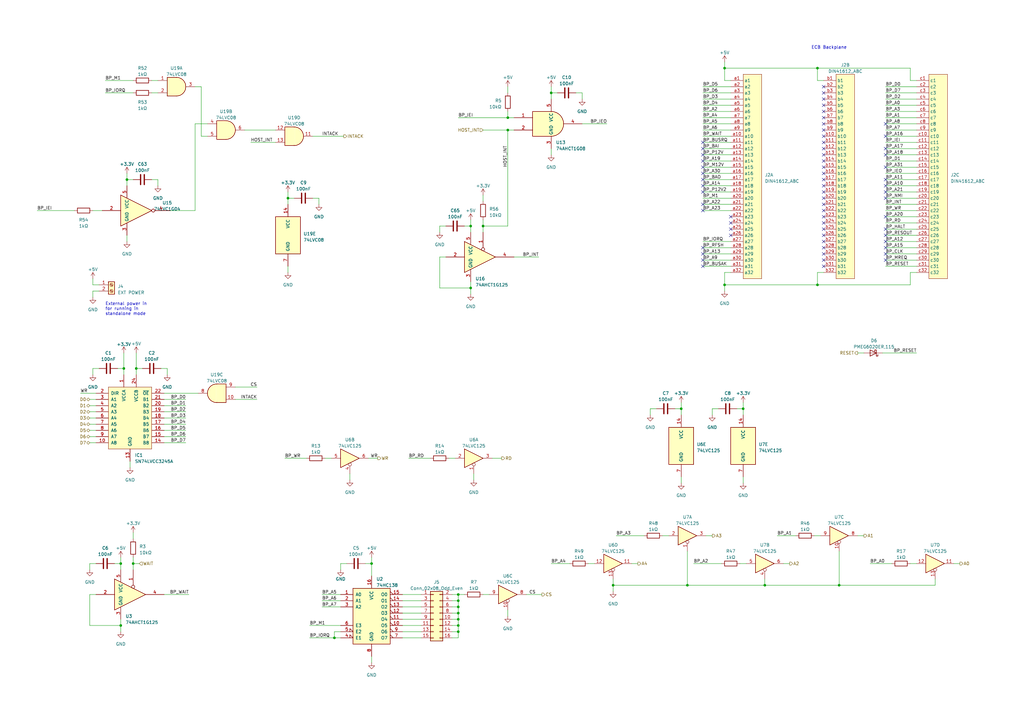
<source format=kicad_sch>
(kicad_sch (version 20230121) (generator eeschema)
  (paper "A3")
  (title_block (title "ECB Video Card") (rev "1.0") (company "Nathan Dumont"))
  (junction (at 187.96 243.84))
  (junction (at 335.28 116.84))
  (junction (at 187.96 259.08))
  (junction (at 304.8 167.64))
  (junction (at 279.4 167.64))
  (junction (at 193.04 92.71))
  (junction (at 49.53 231.14))
  (junction (at 187.96 254))
  (junction (at 137.16 261.62))
  (junction (at 187.96 251.46))
  (junction (at 226.06 38.1))
  (junction (at 49.53 256.54))
  (junction (at 187.96 248.92))
  (junction (at 52.07 73.66))
  (junction (at 297.18 27.94))
  (junction (at 118.11 81.28))
  (junction (at 187.96 246.38))
  (junction (at 198.12 92.71))
  (junction (at 193.04 118.11))
  (junction (at 313.69 240.03))
  (junction (at 187.96 256.54))
  (junction (at 208.28 48.26))
  (junction (at 251.46 240.03))
  (junction (at 297.18 116.84))
  (junction (at 50.8 151.13))
  (junction (at 55.88 151.13))
  (junction (at 208.28 53.34))
  (junction (at 335.28 27.94))
  (junction (at 281.94 240.03))
  (junction (at 54.61 231.14))
  (junction (at 344.17 240.03))
  (junction (at 152.4 231.14))
  (no_connect (at 299.72 91.44))
  (no_connect (at 337.82 53.34))
  (no_connect (at 288.29 86.36))
  (no_connect (at 337.82 60.96))
  (no_connect (at 337.82 88.9))
  (no_connect (at 337.82 93.98))
  (no_connect (at 363.22 101.6))
  (no_connect (at 337.82 66.04))
  (no_connect (at 337.82 45.72))
  (no_connect (at 288.29 71.12))
  (no_connect (at 337.82 73.66))
  (no_connect (at 288.29 106.68))
  (no_connect (at 299.72 96.52))
  (no_connect (at 363.22 106.68))
  (no_connect (at 337.82 71.12))
  (no_connect (at 288.29 66.04))
  (no_connect (at 288.29 76.2))
  (no_connect (at 363.22 78.74))
  (no_connect (at 337.82 76.2))
  (no_connect (at 337.82 48.26))
  (no_connect (at 337.82 104.14))
  (no_connect (at 337.82 50.8))
  (no_connect (at 288.29 73.66))
  (no_connect (at 337.82 43.18))
  (no_connect (at 288.29 83.82))
  (no_connect (at 337.82 63.5))
  (no_connect (at 337.82 40.64))
  (no_connect (at 337.82 91.44))
  (no_connect (at 363.22 104.14))
  (no_connect (at 363.22 60.96))
  (no_connect (at 363.22 96.52))
  (no_connect (at 363.22 55.88))
  (no_connect (at 299.72 88.9))
  (no_connect (at 337.82 68.58))
  (no_connect (at 337.82 99.06))
  (no_connect (at 337.82 96.52))
  (no_connect (at 337.82 35.56))
  (no_connect (at 337.82 106.68))
  (no_connect (at 288.29 78.74))
  (no_connect (at 363.22 73.66))
  (no_connect (at 299.72 93.98))
  (no_connect (at 288.29 60.96))
  (no_connect (at 337.82 86.36))
  (no_connect (at 363.22 76.2))
  (no_connect (at 363.22 50.8))
  (no_connect (at 337.82 81.28))
  (no_connect (at 337.82 38.1))
  (no_connect (at 363.22 63.5))
  (no_connect (at 337.82 78.74))
  (no_connect (at 337.82 55.88))
  (no_connect (at 337.82 58.42))
  (no_connect (at 288.29 68.58))
  (no_connect (at 337.82 101.6))
  (no_connect (at 337.82 83.82))
  (no_connect (at 288.29 63.5))
  (no_connect (at 363.22 68.58))
  (no_connect (at 363.22 88.9))
  (no_connect (at 288.29 109.22))
  (no_connect (at 363.22 99.06))
  (no_connect (at 288.29 58.42))
  (no_connect (at 288.29 101.6))
  (no_connect (at 337.82 109.22))
  (no_connect (at 363.22 93.98))
  (no_connect (at 363.22 81.28))
  (no_connect (at 288.29 104.14))
  (wire (pts (xy 288.29 104.14) (xy 299.72 104.14)))
  (wire (pts (xy 39.37 231.14) (xy 36.83 231.14)))
  (wire (pts (xy 208.28 53.34) (xy 210.82 53.34)))
  (wire (pts (xy 299.72 33.02) (xy 297.18 33.02)))
  (wire (pts (xy 198.12 92.71) (xy 198.12 95.25)))
  (wire (pts (xy 318.77 219.71) (xy 326.39 219.71)))
  (wire (pts (xy 36.83 179.07) (xy 39.37 179.07)))
  (wire (pts (xy 198.12 80.01) (xy 198.12 82.55)))
  (wire (pts (xy 288.29 109.22) (xy 299.72 109.22)))
  (wire (pts (xy 52.07 76.2) (xy 52.07 73.66)))
  (wire (pts (xy 269.24 167.64) (xy 266.7 167.64)))
  (wire (pts (xy 67.31 179.07) (xy 76.2 179.07)))
  (wire (pts (xy 313.69 237.49) (xy 313.69 240.03)))
  (wire (pts (xy 288.29 50.8) (xy 299.72 50.8)))
  (wire (pts (xy 288.29 63.5) (xy 299.72 63.5)))
  (wire (pts (xy 208.28 48.26) (xy 210.82 48.26)))
  (wire (pts (xy 187.96 256.54) (xy 187.96 259.08)))
  (wire (pts (xy 50.8 151.13) (xy 50.8 153.67)))
  (wire (pts (xy 80.01 50.8) (xy 80.01 86.36)))
  (wire (pts (xy 39.37 243.84) (xy 36.83 243.84)))
  (wire (pts (xy 185.42 248.92) (xy 187.96 248.92)))
  (wire (pts (xy 363.22 48.26) (xy 375.92 48.26)))
  (wire (pts (xy 271.78 219.71) (xy 274.32 219.71)))
  (wire (pts (xy 337.82 111.76) (xy 335.28 111.76)))
  (wire (pts (xy 281.94 226.06) (xy 281.94 240.03)))
  (wire (pts (xy 180.34 105.41) (xy 180.34 118.11)))
  (wire (pts (xy 132.08 246.38) (xy 139.7 246.38)))
  (wire (pts (xy 363.22 63.5) (xy 375.92 63.5)))
  (wire (pts (xy 304.8 165.1) (xy 304.8 167.64)))
  (wire (pts (xy 208.28 35.56) (xy 208.28 38.1)))
  (wire (pts (xy 67.31 171.45) (xy 76.2 171.45)))
  (wire (pts (xy 363.22 99.06) (xy 375.92 99.06)))
  (wire (pts (xy 304.8 195.58) (xy 304.8 198.12)))
  (wire (pts (xy 335.28 33.02) (xy 337.82 33.02)))
  (wire (pts (xy 187.96 48.26) (xy 208.28 48.26)))
  (wire (pts (xy 139.7 259.08) (xy 137.16 259.08)))
  (wire (pts (xy 297.18 116.84) (xy 297.18 119.38)))
  (wire (pts (xy 363.22 45.72) (xy 375.92 45.72)))
  (wire (pts (xy 288.29 45.72) (xy 299.72 45.72)))
  (wire (pts (xy 373.38 33.02) (xy 375.92 33.02)))
  (wire (pts (xy 304.8 170.18) (xy 304.8 167.64)))
  (wire (pts (xy 67.31 181.61) (xy 76.2 181.61)))
  (wire (pts (xy 68.58 151.13) (xy 68.58 153.67)))
  (wire (pts (xy 52.07 96.52) (xy 52.07 99.06)))
  (wire (pts (xy 344.17 240.03) (xy 383.54 240.03)))
  (wire (pts (xy 226.06 40.64) (xy 226.06 38.1)))
  (wire (pts (xy 165.1 254) (xy 172.72 254)))
  (wire (pts (xy 363.22 43.18) (xy 375.92 43.18)))
  (wire (pts (xy 363.22 83.82) (xy 375.92 83.82)))
  (wire (pts (xy 165.1 246.38) (xy 172.72 246.38)))
  (wire (pts (xy 85.09 50.8) (xy 80.01 50.8)))
  (wire (pts (xy 128.27 55.88) (xy 140.97 55.88)))
  (wire (pts (xy 172.72 -17.78) (xy 181.61 -17.78)))
  (wire (pts (xy 335.28 111.76) (xy 335.28 116.84)))
  (wire (pts (xy 165.1 256.54) (xy 172.72 256.54)))
  (wire (pts (xy 187.96 243.84) (xy 190.5 243.84)))
  (wire (pts (xy 279.4 170.18) (xy 279.4 167.64)))
  (wire (pts (xy 288.29 43.18) (xy 299.72 43.18)))
  (wire (pts (xy 66.04 151.13) (xy 68.58 151.13)))
  (wire (pts (xy 38.1 151.13) (xy 38.1 153.67)))
  (wire (pts (xy 292.1 167.64) (xy 292.1 170.18)))
  (wire (pts (xy 288.29 60.96) (xy 299.72 60.96)))
  (wire (pts (xy 69.85 86.36) (xy 80.01 86.36)))
  (wire (pts (xy 132.08 248.92) (xy 139.7 248.92)))
  (wire (pts (xy 294.64 167.64) (xy 292.1 167.64)))
  (wire (pts (xy 52.07 71.12) (xy 52.07 73.66)))
  (wire (pts (xy 165.1 248.92) (xy 172.72 248.92)))
  (wire (pts (xy 363.22 93.98) (xy 375.92 93.98)))
  (wire (pts (xy 152.4 236.22) (xy 152.4 231.14)))
  (wire (pts (xy 297.18 111.76) (xy 297.18 116.84)))
  (wire (pts (xy 363.22 53.34) (xy 375.92 53.34)))
  (wire (pts (xy 152.4 269.24) (xy 152.4 271.78)))
  (wire (pts (xy 210.82 105.41) (xy 220.98 105.41)))
  (wire (pts (xy 52.07 73.66) (xy 54.61 73.66)))
  (wire (pts (xy 208.28 250.19) (xy 208.28 252.73)))
  (wire (pts (xy 165.1 251.46) (xy 172.72 251.46)))
  (wire (pts (xy 80.01 35.56) (xy 82.55 35.56)))
  (wire (pts (xy 118.11 81.28) (xy 120.65 81.28)))
  (wire (pts (xy 38.1 114.3) (xy 38.1 116.84)))
  (wire (pts (xy 363.22 38.1) (xy 375.92 38.1)))
  (wire (pts (xy 215.9 243.84) (xy 222.25 243.84)))
  (wire (pts (xy 313.69 240.03) (xy 344.17 240.03)))
  (wire (pts (xy 288.29 40.64) (xy 299.72 40.64)))
  (wire (pts (xy 363.22 81.28) (xy 375.92 81.28)))
  (wire (pts (xy 193.04 95.25) (xy 193.04 92.71)))
  (wire (pts (xy 303.53 231.14) (xy 306.07 231.14)))
  (wire (pts (xy 62.23 33.02) (xy 64.77 33.02)))
  (wire (pts (xy 194.31 194.31) (xy 194.31 196.85)))
  (wire (pts (xy 288.29 68.58) (xy 299.72 68.58)))
  (wire (pts (xy 185.42 243.84) (xy 187.96 243.84)))
  (wire (pts (xy 53.34 189.23) (xy 53.34 191.77)))
  (wire (pts (xy 180.34 92.71) (xy 180.34 95.25)))
  (wire (pts (xy 54.61 231.14) (xy 54.61 233.68)))
  (wire (pts (xy 363.22 66.04) (xy 375.92 66.04)))
  (wire (pts (xy 36.83 166.37) (xy 39.37 166.37)))
  (wire (pts (xy 279.4 195.58) (xy 279.4 198.12)))
  (wire (pts (xy 38.1 119.38) (xy 38.1 121.92)))
  (wire (pts (xy 321.31 231.14) (xy 323.85 231.14)))
  (wire (pts (xy 288.29 66.04) (xy 299.72 66.04)))
  (wire (pts (xy 172.72 -20.32) (xy 172.72 -17.78)))
  (wire (pts (xy 363.22 71.12) (xy 375.92 71.12)))
  (wire (pts (xy 55.88 144.78) (xy 55.88 151.13)))
  (wire (pts (xy 363.22 40.64) (xy 375.92 40.64)))
  (wire (pts (xy 82.55 35.56) (xy 82.55 55.88)))
  (wire (pts (xy 363.22 109.22) (xy 375.92 109.22)))
  (wire (pts (xy 288.29 35.56) (xy 299.72 35.56)))
  (wire (pts (xy 36.83 168.91) (xy 39.37 168.91)))
  (wire (pts (xy 151.13 187.96) (xy 154.94 187.96)))
  (wire (pts (xy 363.22 106.68) (xy 375.92 106.68)))
  (wire (pts (xy 82.55 55.88) (xy 85.09 55.88)))
  (wire (pts (xy 143.51 194.31) (xy 143.51 196.85)))
  (wire (pts (xy 132.08 243.84) (xy 139.7 243.84)))
  (wire (pts (xy 180.34 118.11) (xy 193.04 118.11)))
  (wire (pts (xy 363.22 101.6) (xy 375.92 101.6)))
  (wire (pts (xy 67.31 243.84) (xy 77.47 243.84)))
  (wire (pts (xy 241.3 231.14) (xy 243.84 231.14)))
  (wire (pts (xy 36.83 243.84) (xy 36.83 256.54)))
  (wire (pts (xy 299.72 111.76) (xy 297.18 111.76)))
  (wire (pts (xy 236.22 38.1) (xy 238.76 38.1)))
  (wire (pts (xy 185.42 259.08) (xy 187.96 259.08)))
  (wire (pts (xy 36.83 176.53) (xy 39.37 176.53)))
  (wire (pts (xy 118.11 78.74) (xy 118.11 81.28)))
  (wire (pts (xy 208.28 45.72) (xy 208.28 48.26)))
  (wire (pts (xy 182.88 105.41) (xy 180.34 105.41)))
  (wire (pts (xy 43.18 38.1) (xy 54.61 38.1)))
  (wire (pts (xy 185.42 256.54) (xy 187.96 256.54)))
  (wire (pts (xy 137.16 259.08) (xy 137.16 261.62)))
  (wire (pts (xy 288.29 73.66) (xy 299.72 73.66)))
  (wire (pts (xy 67.31 168.91) (xy 76.2 168.91)))
  (wire (pts (xy 187.96 261.62) (xy 185.42 261.62)))
  (wire (pts (xy 62.23 73.66) (xy 64.77 73.66)))
  (wire (pts (xy 198.12 53.34) (xy 208.28 53.34)))
  (wire (pts (xy 373.38 231.14) (xy 375.92 231.14)))
  (wire (pts (xy 55.88 153.67) (xy 55.88 151.13)))
  (wire (pts (xy 302.26 167.64) (xy 304.8 167.64)))
  (wire (pts (xy 128.27 81.28) (xy 130.81 81.28)))
  (wire (pts (xy 363.22 96.52) (xy 375.92 96.52)))
  (wire (pts (xy 54.61 228.6) (xy 54.61 231.14)))
  (wire (pts (xy 133.35 187.96) (xy 135.89 187.96)))
  (wire (pts (xy 297.18 116.84) (xy 335.28 116.84)))
  (wire (pts (xy 57.15 231.14) (xy 54.61 231.14)))
  (wire (pts (xy 102.87 58.42) (xy 113.03 58.42)))
  (wire (pts (xy 289.56 219.71) (xy 292.1 219.71)))
  (wire (pts (xy 344.17 226.06) (xy 344.17 240.03)))
  (wire (pts (xy 383.54 240.03) (xy 383.54 237.49)))
  (wire (pts (xy 187.96 254) (xy 187.96 256.54)))
  (wire (pts (xy 297.18 25.4) (xy 297.18 27.94)))
  (wire (pts (xy 36.83 173.99) (xy 39.37 173.99)))
  (wire (pts (xy 167.64 187.96) (xy 176.53 187.96)))
  (wire (pts (xy 363.22 76.2) (xy 375.92 76.2)))
  (wire (pts (xy 62.23 38.1) (xy 64.77 38.1)))
  (wire (pts (xy 288.29 78.74) (xy 299.72 78.74)))
  (wire (pts (xy 165.1 261.62) (xy 172.72 261.62)))
  (wire (pts (xy 49.53 256.54) (xy 49.53 254)))
  (wire (pts (xy 198.12 243.84) (xy 200.66 243.84)))
  (wire (pts (xy 363.22 55.88) (xy 375.92 55.88)))
  (wire (pts (xy 266.7 167.64) (xy 266.7 170.18)))
  (wire (pts (xy 118.11 83.82) (xy 118.11 81.28)))
  (wire (pts (xy 187.96 246.38) (xy 187.96 248.92)))
  (wire (pts (xy 297.18 33.02) (xy 297.18 27.94)))
  (wire (pts (xy 64.77 73.66) (xy 64.77 76.2)))
  (wire (pts (xy 40.64 116.84) (xy 38.1 116.84)))
  (wire (pts (xy 351.79 219.71) (xy 354.33 219.71)))
  (wire (pts (xy 251.46 240.03) (xy 251.46 242.57)))
  (wire (pts (xy 288.29 38.1) (xy 299.72 38.1)))
  (wire (pts (xy 181.61 -17.78) (xy 181.61 -20.32)))
  (wire (pts (xy 363.22 50.8) (xy 375.92 50.8)))
  (wire (pts (xy 185.42 251.46) (xy 187.96 251.46)))
  (wire (pts (xy 351.79 144.78) (xy 354.33 144.78)))
  (wire (pts (xy 335.28 27.94) (xy 335.28 33.02)))
  (wire (pts (xy 334.01 219.71) (xy 336.55 219.71)))
  (wire (pts (xy 187.96 248.92) (xy 187.96 251.46)))
  (wire (pts (xy 67.31 161.29) (xy 81.28 161.29)))
  (wire (pts (xy 54.61 218.44) (xy 54.61 220.98)))
  (wire (pts (xy 48.26 151.13) (xy 50.8 151.13)))
  (wire (pts (xy 288.29 55.88) (xy 299.72 55.88)))
  (wire (pts (xy 288.29 101.6) (xy 299.72 101.6)))
  (wire (pts (xy 276.86 167.64) (xy 279.4 167.64)))
  (wire (pts (xy 182.88 92.71) (xy 180.34 92.71)))
  (wire (pts (xy 38.1 86.36) (xy 41.91 86.36)))
  (wire (pts (xy 226.06 60.96) (xy 226.06 63.5)))
  (wire (pts (xy 363.22 68.58) (xy 375.92 68.58)))
  (wire (pts (xy 193.04 118.11) (xy 193.04 120.65)))
  (wire (pts (xy 190.5 92.71) (xy 193.04 92.71)))
  (wire (pts (xy 361.95 144.78) (xy 375.92 144.78)))
  (wire (pts (xy 363.22 78.74) (xy 375.92 78.74)))
  (wire (pts (xy 165.1 243.84) (xy 172.72 243.84)))
  (wire (pts (xy 187.96 259.08) (xy 187.96 261.62)))
  (wire (pts (xy 36.83 163.83) (xy 39.37 163.83)))
  (wire (pts (xy 49.53 256.54) (xy 49.53 259.08)))
  (wire (pts (xy 288.29 99.06) (xy 299.72 99.06)))
  (wire (pts (xy 288.29 86.36) (xy 299.72 86.36)))
  (wire (pts (xy 238.76 38.1) (xy 238.76 40.64)))
  (wire (pts (xy 142.24 231.14) (xy 139.7 231.14)))
  (wire (pts (xy 363.22 35.56) (xy 375.92 35.56)))
  (wire (pts (xy 363.22 88.9) (xy 375.92 88.9)))
  (wire (pts (xy 67.31 166.37) (xy 76.2 166.37)))
  (wire (pts (xy 152.4 228.6) (xy 152.4 231.14)))
  (wire (pts (xy 356.87 231.14) (xy 365.76 231.14)))
  (wire (pts (xy 137.16 261.62) (xy 139.7 261.62)))
  (wire (pts (xy 363.22 86.36) (xy 375.92 86.36)))
  (wire (pts (xy 226.06 35.56) (xy 226.06 38.1)))
  (wire (pts (xy 33.02 161.29) (xy 39.37 161.29)))
  (wire (pts (xy 15.24 86.36) (xy 30.48 86.36)))
  (wire (pts (xy 149.86 231.14) (xy 152.4 231.14)))
  (wire (pts (xy 165.1 259.08) (xy 172.72 259.08)))
  (wire (pts (xy 198.12 92.71) (xy 208.28 92.71)))
  (wire (pts (xy 335.28 27.94) (xy 373.38 27.94)))
  (wire (pts (xy 252.73 219.71) (xy 264.16 219.71)))
  (wire (pts (xy 187.96 243.84) (xy 187.96 246.38)))
  (wire (pts (xy 67.31 173.99) (xy 76.2 173.99)))
  (wire (pts (xy 187.96 251.46) (xy 187.96 254)))
  (wire (pts (xy 226.06 231.14) (xy 233.68 231.14)))
  (wire (pts (xy 130.81 81.28) (xy 130.81 83.82)))
  (wire (pts (xy 36.83 256.54) (xy 49.53 256.54)))
  (wire (pts (xy 363.22 104.14) (xy 375.92 104.14)))
  (wire (pts (xy 363.22 91.44) (xy 375.92 91.44)))
  (wire (pts (xy 193.04 90.17) (xy 193.04 92.71)))
  (wire (pts (xy 363.22 60.96) (xy 375.92 60.96)))
  (wire (pts (xy 251.46 237.49) (xy 251.46 240.03)))
  (wire (pts (xy 96.52 158.75) (xy 105.41 158.75)))
  (wire (pts (xy 116.84 187.96) (xy 125.73 187.96)))
  (wire (pts (xy 279.4 165.1) (xy 279.4 167.64)))
  (wire (pts (xy 55.88 151.13) (xy 58.42 151.13)))
  (wire (pts (xy 40.64 151.13) (xy 38.1 151.13)))
  (wire (pts (xy 251.46 240.03) (xy 281.94 240.03)))
  (wire (pts (xy 49.53 228.6) (xy 49.53 231.14)))
  (wire (pts (xy 288.29 76.2) (xy 299.72 76.2)))
  (wire (pts (xy 391.16 231.14) (xy 393.7 231.14)))
  (wire (pts (xy 284.48 231.14) (xy 295.91 231.14)))
  (wire (pts (xy 288.29 81.28) (xy 299.72 81.28)))
  (wire (pts (xy 96.52 163.83) (xy 105.41 163.83)))
  (wire (pts (xy 40.64 119.38) (xy 38.1 119.38)))
  (wire (pts (xy 49.53 233.68) (xy 49.53 231.14)))
  (wire (pts (xy 288.29 48.26) (xy 299.72 48.26)))
  (wire (pts (xy 238.76 50.8) (xy 248.92 50.8)))
  (wire (pts (xy 43.18 33.02) (xy 54.61 33.02)))
  (wire (pts (xy 297.18 27.94) (xy 335.28 27.94)))
  (wire (pts (xy 185.42 254) (xy 187.96 254)))
  (wire (pts (xy 373.38 116.84) (xy 373.38 111.76)))
  (wire (pts (xy 281.94 240.03) (xy 313.69 240.03)))
  (wire (pts (xy 198.12 90.17) (xy 198.12 92.71)))
  (wire (pts (xy 373.38 27.94) (xy 373.38 33.02)))
  (wire (pts (xy 363.22 73.66) (xy 375.92 73.66)))
  (wire (pts (xy 46.99 231.14) (xy 49.53 231.14)))
  (wire (pts (xy 185.42 246.38) (xy 187.96 246.38)))
  (wire (pts (xy 36.83 171.45) (xy 39.37 171.45)))
  (wire (pts (xy 127 261.62) (xy 137.16 261.62)))
  (wire (pts (xy 118.11 109.22) (xy 118.11 111.76)))
  (wire (pts (xy 127 256.54) (xy 139.7 256.54)))
  (wire (pts (xy 363.22 58.42) (xy 375.92 58.42)))
  (wire (pts (xy 67.31 176.53) (xy 76.2 176.53)))
  (wire (pts (xy 139.7 231.14) (xy 139.7 233.68)))
  (wire (pts (xy 36.83 181.61) (xy 39.37 181.61)))
  (wire (pts (xy 226.06 38.1) (xy 228.6 38.1)))
  (wire (pts (xy 100.33 53.34) (xy 113.03 53.34)))
  (wire (pts (xy 288.29 53.34) (xy 299.72 53.34)))
  (wire (pts (xy 335.28 116.84) (xy 373.38 116.84)))
  (wire (pts (xy 259.08 231.14) (xy 261.62 231.14)))
  (wire (pts (xy 288.29 71.12) (xy 299.72 71.12)))
  (wire (pts (xy 193.04 118.11) (xy 193.04 115.57)))
  (wire (pts (xy 288.29 106.68) (xy 299.72 106.68)))
  (wire (pts (xy 288.29 83.82) (xy 299.72 83.82)))
  (wire (pts (xy 373.38 111.76) (xy 375.92 111.76)))
  (wire (pts (xy 184.15 187.96) (xy 186.69 187.96)))
  (wire (pts (xy 288.29 58.42) (xy 299.72 58.42)))
  (wire (pts (xy 67.31 163.83) (xy 76.2 163.83)))
  (wire (pts (xy 36.83 231.14) (xy 36.83 233.68)))
  (wire (pts (xy 201.93 187.96) (xy 205.74 187.96)))
  (wire (pts (xy 50.8 144.78) (xy 50.8 151.13)))
  (wire (pts (xy 208.28 92.71) (xy 208.28 53.34)))
  (text "ECB Backplane" (at 332.74 20.32 0) (effects (font (size 1.27 1.27)) (justify left bottom)))
  (text "External power in\nfor running in\nstandalone mode" (at 43.18 129.54 0) (effects (font (size 1.27 1.27)) (justify left bottom)))
  (label "BP_A11" (at 363.22 73.66 0))
  (label "BP_IEI" (at 15.24 86.36 0))
  (label "BP_BAO" (at 288.29 73.66 0))
  (label "BP_M1" (at 288.29 81.28 0))
  (label "BP_IORQ" (at 127 261.62 0))
  (label "BP_HALT" (at 363.22 93.98 0))
  (label "BP_A6" (at 288.29 53.34 0))
  (label "BP_D7" (at 76.2 181.61 180))
  (label "BP_BAI" (at 288.29 60.96 0))
  (label "BP_D7" (at 363.22 38.1 0))
  (label "BP_P12V2" (at 288.29 78.74 0))
  (label "BP_D0" (at 363.22 35.56 0))
  (label "BP_WR" (at 363.22 86.36 0))
  (label "BP_NMI" (at 363.22 81.28 0))
  (label "BP_A21" (at 363.22 78.74 0))
  (label "BP_MREQ" (at 363.22 106.68 0))
  (label "BP_IEI" (at 187.96 48.26 0))
  (label "WR" (at 33.02 161.29 0))
  (label "BP_D1" (at 363.22 66.04 0))
  (label "BP_BUSRQ" (at 288.29 58.42 0))
  (label "BP_D0" (at 76.2 163.83 180))
  (label "BP_A0" (at 363.22 43.18 0))
  (label "BP_A5" (at 288.29 50.8 0))
  (label "WR" (at 154.94 187.96 180))
  (label "BP_P12V" (at 288.29 63.5 0))
  (label "BP_A20" (at 363.22 88.9 0))
  (label "BP_A1" (at 363.22 48.26 0))
  (label "BP_INT" (at 220.98 105.41 180))
  (label "BP_A3" (at 363.22 45.72 0))
  (label "BP_A10" (at 363.22 76.2 0))
  (label "BP_WAIT" (at 288.29 55.88 0))
  (label "BP_A31" (at 363.22 68.58 0))
  (label "BP_RESOUT" (at 363.22 96.52 0))
  (label "BP_RESET" (at 375.92 144.78 180))
  (label "BP_A0" (at 356.87 231.14 0))
  (label "BP_M12V" (at 288.29 68.58 0))
  (label "BP_IORQ" (at 43.18 38.1 0))
  (label "BP_D2" (at 76.2 168.91 180))
  (label "BP_WR" (at 116.84 187.96 0))
  (label "BP_A2" (at 288.29 45.72 0))
  (label "BP_A3" (at 252.73 219.71 0))
  (label "BP_A6" (at 132.08 246.38 0))
  (label "BP_IEI" (at 363.22 58.42 0))
  (label "BP_A2" (at 284.48 231.14 0))
  (label "BP_IEO" (at 363.22 71.12 0))
  (label "BP_D6" (at 76.2 179.07 180))
  (label "BP_D2" (at 363.22 40.64 0))
  (label "BP_M1" (at 43.18 33.02 0))
  (label "BP_A4" (at 226.06 231.14 0))
  (label "BP_A7" (at 363.22 53.34 0))
  (label "BP_RD" (at 167.64 187.96 0))
  (label "BP_D4" (at 76.2 173.99 180))
  (label "CS" (at 219.71 243.84 180))
  (label "BP_D4" (at 288.29 43.18 0))
  (label "CS" (at 105.41 158.75 180))
  (label "BP_A1" (at 318.77 219.71 0))
  (label "BP_A7" (at 132.08 248.92 0))
  (label "HOST_INT" (at 102.87 58.42 0))
  (label "BP_RFSH" (at 288.29 101.6 0))
  (label "BP_A22" (at 288.29 83.82 0))
  (label "BP_INT" (at 363.22 83.82 0))
  (label "BP_RESET" (at 363.22 109.22 0))
  (label "HOST_INT" (at 208.28 68.58 90))
  (label "BP_A23" (at 288.29 86.36 0))
  (label "BP_A8" (at 363.22 50.8 0))
  (label "BP_IEO" (at 248.92 50.8 180))
  (label "BP_A12" (at 363.22 99.06 0))
  (label "BP_BUSAK" (at 288.29 109.22 0))
  (label "BP_CLK" (at 363.22 104.14 0))
  (label "INTACK" (at 105.41 163.83 180))
  (label "BP_A17" (at 363.22 60.96 0))
  (label "INTACK" (at 132.08 55.88 0))
  (label "BP_A19" (at 288.29 66.04 0))
  (label "BP_RD" (at 363.22 91.44 0))
  (label "BP_D3" (at 288.29 40.64 0))
  (label "BP_D6" (at 288.29 38.1 0))
  (label "BP_D5" (at 76.2 176.53 180))
  (label "BP_A13" (at 288.29 104.14 0))
  (label "BP_A15" (at 363.22 101.6 0))
  (label "BP_A9" (at 288.29 106.68 0))
  (label "BP_M1" (at 127 256.54 0))
  (label "BP_WAIT" (at 77.47 243.84 180))
  (label "BP_A5" (at 132.08 243.84 0))
  (label "BP_A14" (at 288.29 76.2 0))
  (label "BP_D5" (at 288.29 35.56 0))
  (label "BP_A4" (at 288.29 48.26 0))
  (label "BP_A18" (at 363.22 63.5 0))
  (label "BP_D3" (at 76.2 171.45 180))
  (label "BP_A30" (at 288.29 71.12 0))
  (label "BP_D1" (at 76.2 166.37 180))
  (label "BP_A16" (at 363.22 55.88 0))
  (label "BP_IORQ" (at 288.29 99.06 0))
  (hierarchical_label "A3" (shape output) (at 292.1 219.71 0))
  (hierarchical_label "WAIT" (shape input) (at 57.15 231.14 0))
  (hierarchical_label "D0" (shape tri_state) (at 36.83 163.83 180))
  (hierarchical_label "D3" (shape tri_state) (at 36.83 171.45 180))
  (hierarchical_label "A0" (shape output) (at 393.7 231.14 0))
  (hierarchical_label "INTACK" (shape output) (at 140.97 55.88 0))
  (hierarchical_label "RESET" (shape output) (at 351.79 144.78 180))
  (hierarchical_label "D7" (shape tri_state) (at 36.83 181.61 180))
  (hierarchical_label "D5" (shape tri_state) (at 36.83 176.53 180))
  (hierarchical_label "WR" (shape output) (at 154.94 187.96 0))
  (hierarchical_label "A1" (shape output) (at 354.33 219.71 0))
  (hierarchical_label "RD" (shape output) (at 205.74 187.96 0))
  (hierarchical_label "D4" (shape tri_state) (at 36.83 173.99 180))
  (hierarchical_label "A4" (shape output) (at 261.62 231.14 0))
  (hierarchical_label "D2" (shape tri_state) (at 36.83 168.91 180))
  (hierarchical_label "HOST_INT" (shape input) (at 198.12 53.34 180))
  (hierarchical_label "D1" (shape tri_state) (at 36.83 166.37 180))
  (hierarchical_label "A2" (shape output) (at 323.85 231.14 0))
  (hierarchical_label "D6" (shape tri_state) (at 36.83 179.07 180))
  (hierarchical_label "CS" (shape output) (at 222.25 243.84 0))
  (symbol (lib_id "power:GND") (at 279.4 198.12 0) (unit 1)
    (property "Reference" "#PWR025" (effects hide))
    (property "Value" "GND" (at 279.4 203.2 0))
  )
  (symbol (lib_id "power:+5V") (at 208.28 35.56 0) (unit 1)
    (property "Reference" "#PWR059" (effects hide))
    (property "Value" "+5V" (at 208.28 31.75 0))
  )
  (symbol (lib_id "Device:C") (at 124.46 81.28 90) (unit 1)
    (property "Reference" "C9" (at 124.46 74.93 90))
    (property "Value" "100nF" (at 124.46 77.47 90))
    (property "Footprint" "Capacitor_SMD:C_0603_1608Metric_Pad1.08x0.95mm_HandSolder" (effects hide))
    (property "Part number" "Generic 0603 X7R  50V 10%" (effects hide))
  )
  (symbol (lib_id "power:GND") (at 36.83 233.68 0) (unit 1)
    (property "Reference" "#PWR021" (effects hide))
    (property "Value" "GND" (at 36.83 238.76 0))
  )
  (symbol (lib_id "power:GND") (at 53.34 191.77 0) (unit 1)
    (property "Reference" "#PWR07" (effects hide))
    (property "Value" "GND" (at 53.34 196.85 0))
  )
  (symbol (lib_id "Device:C") (at 232.41 38.1 90) (unit 1)
    (property "Reference" "C10" (at 232.41 31.75 90))
    (property "Value" "100nF" (at 232.41 34.29 90))
    (property "Footprint" "Capacitor_SMD:C_0603_1608Metric_Pad1.08x0.95mm_HandSolder" (effects hide))
    (property "Part number" "Generic 0603 X7R  50V 10%" (effects hide))
  )
  (symbol (lib_id "Device:C") (at 58.42 73.66 90) (unit 1)
    (property "Reference" "C63" (at 58.42 67.31 90))
    (property "Value" "100nF" (at 58.42 69.85 90))
    (property "Footprint" "Capacitor_SMD:C_0603_1608Metric_Pad1.08x0.95mm_HandSolder" (effects hide))
    (property "Part number" "Generic 0603 X7R  50V 10%" (effects hide))
  )
  (symbol (lib_id "Device:R") (at 34.29 86.36 90) (unit 1)
    (property "Reference" "R54" (at 34.29 90.17 90))
    (property "Value" "1kΩ" (at 34.29 92.71 90))
    (property "Footprint" "Resistor_SMD:R_0603_1608Metric_Pad0.98x0.95mm_HandSolder" (effects hide))
  )
  (symbol (lib_id "power:+3.3V") (at 118.11 78.74 0) (unit 1)
    (property "Reference" "#PWR048" (effects hide))
    (property "Value" "+3.3V" (at 118.11 74.93 0))
  )
  (symbol (lib_id "Device:R") (at 330.2 219.71 90) (unit 1)
    (property "Reference" "R46" (at 330.2 214.63 90))
    (property "Value" "1kΩ" (at 330.2 217.17 90))
    (property "Footprint" "Resistor_SMD:R_0603_1608Metric_Pad0.98x0.95mm_HandSolder" (effects hide))
  )
  (symbol (lib_id "extras:DIN41612_ABC") (at 383.54 72.39 0) (unit 3)
    (property "Reference" "J2" (at 389.89 71.755 0) (effects (justify left)))
    (property "Value" "DIN41612_ABC" (at 389.89 74.295 0) (effects (justify left)))
    (property "Footprint" "Connector_DIN:DIN41612_R_3x32_Male_Horizontal_THT" (effects hide))
  )
  (symbol (lib_id "74xGxx:74LVC1G04") (at 57.15 86.36 0) (unit 1)
    (property "Reference" "U15" (at 68.58 83.1851 0))
    (property "Value" "74LVC1G04" (at 68.58 85.7251 0))
    (property "Footprint" "Package_TO_SOT_SMD:SOT-23-5_HandSoldering" (effects hide))
    (property "Datasheet" "https://www.ti.com/lit/ds/symlink/sn74lvc1g04.pdf" (effects hide))
  )
  (symbol (lib_id "Device:R") (at 237.49 231.14 90) (unit 1)
    (property "Reference" "R49" (at 237.49 226.06 90))
    (property "Value" "1kΩ" (at 237.49 228.6 90))
    (property "Footprint" "Resistor_SMD:R_0603_1608Metric_Pad0.98x0.95mm_HandSolder" (effects hide))
  )
  (symbol (lib_id "extras:SN74LVCC3245A") (at 53.34 171.45 0) (unit 1)
    (property "Reference" "IC1" (at 55.2959 186.69 0) (effects (justify left)))
    (property "Value" "SN74LVCC3245A" (at 55.2959 189.23 0) (effects (justify left)))
    (property "Footprint" "Package_SO:SOIC-24W_7.5x15.4mm_P1.27mm" (effects hide))
  )
  (symbol (lib_id "power:GND") (at 143.51 196.85 0) (unit 1)
    (property "Reference" "#PWR024" (effects hide))
    (property "Value" "GND" (at 143.51 201.93 0))
  )
  (symbol (lib_id "Device:D_Schottky") (at 358.14 144.78 180) (unit 1)
    (property "Reference" "D6" (at 358.4575 139.7 0))
    (property "Value" "PMEG6020ER,115" (at 358.4575 142.24 0))
    (property "Footprint" "Diode_SMD:D_SOD-123" (effects hide))
  )
  (symbol (lib_id "Device:C") (at 146.05 231.14 90) (unit 1)
    (property "Reference" "C5" (at 146.05 224.79 90))
    (property "Value" "100nF" (at 146.05 227.33 90))
    (property "Footprint" "Capacitor_SMD:C_0603_1608Metric_Pad1.08x0.95mm_HandSolder" (effects hide))
    (property "Part number" "Generic 0603 X7R  50V 10%" (effects hide))
  )
  (symbol (lib_id "74xx:74LVC125") (at 281.94 219.71 0) (unit 1)
    (property "Reference" "U7" (at 281.94 212.09 0))
    (property "Value" "74LVC125" (at 281.94 214.63 0))
    (property "Footprint" "Package_SO:TSSOP-14_4.4x5mm_P0.65mm" (effects hide))
    (property "Datasheet" "http://www.ti.com/lit/gpn/sn74LVC125" (effects hide))
  )
  (symbol (lib_id "power:GND") (at 38.1 121.92 0) (unit 1)
    (property "Reference" "#PWR014" (effects hide))
    (property "Value" "GND" (at 38.1 127 0))
  )
  (symbol (lib_id "power:GND") (at 64.77 76.2 0) (unit 1)
    (property "Reference" "#PWR054" (effects hide))
    (property "Value" "GND" (at 64.77 81.28 0))
  )
  (symbol (lib_id "power:GND") (at 238.76 40.64 0) (unit 1)
    (property "Reference" "#PWR051" (effects hide))
    (property "Value" "GND" (at 238.76 45.72 0))
  )
  (symbol (lib_id "power:+5V") (at 152.4 228.6 0) (unit 1)
    (property "Reference" "#PWR017" (effects hide))
    (property "Value" "+5V" (at 152.4 224.79 0))
  )
  (symbol (lib_id "Device:R") (at 54.61 224.79 0) (unit 1)
    (property "Reference" "R3" (at 57.15 224.155 0) (effects (justify left)))
    (property "Value" "10kΩ" (at 57.15 226.695 0) (effects (justify left)))
    (property "Footprint" "Resistor_SMD:R_0603_1608Metric_Pad0.98x0.95mm_HandSolder" (effects hide))
  )
  (symbol (lib_id "74xx:74LS08") (at 120.65 55.88 0) (unit 4)
    (property "Reference" "U19" (at 120.6417 48.26 0))
    (property "Value" "74LVC08" (at 120.6417 50.8 0))
    (property "Footprint" "Package_SO:TSSOP-14_4.4x5mm_P0.65mm" (effects hide))
    (property "Datasheet" "http://www.ti.com/lit/gpn/sn74LS08" (effects hide))
  )
  (symbol (lib_id "Device:C") (at 298.45 167.64 90) (unit 1)
    (property "Reference" "C8" (at 298.45 161.29 90))
    (property "Value" "100nF" (at 298.45 163.83 90))
    (property "Footprint" "Capacitor_SMD:C_0603_1608Metric_Pad1.08x0.95mm_HandSolder" (effects hide))
    (property "Part number" "Generic 0603 X7R  50V 10%" (effects hide))
  )
  (symbol (lib_id "extras:DIN41612_ABC") (at 307.34 72.39 0) (unit 1)
    (property "Reference" "J2" (at 313.69 71.755 0) (effects (justify left)))
    (property "Value" "DIN41612_ABC" (at 313.69 74.295 0) (effects (justify left)))
    (property "Footprint" "Connector_DIN:DIN41612_R_3x32_Male_Horizontal_THT" (effects hide))
  )
  (symbol (lib_id "power:+5V") (at 226.06 35.56 0) (unit 1)
    (property "Reference" "#PWR050" (effects hide))
    (property "Value" "+5V" (at 226.06 31.75 0))
  )
  (symbol (lib_id "74xx:74LVC125") (at 208.28 243.84 0) (unit 3)
    (property "Reference" "U6" (at 208.28 236.22 0))
    (property "Value" "74LVC125" (at 208.28 238.76 0))
    (property "Footprint" "Package_SO:TSSOP-14_4.4x5mm_P0.65mm" (effects hide))
    (property "Datasheet" "http://www.ti.com/lit/gpn/sn74LVC125" (effects hide))
  )
  (symbol (lib_id "Device:C") (at 273.05 167.64 90) (unit 1)
    (property "Reference" "C7" (at 273.05 161.29 90))
    (property "Value" "100nF" (at 273.05 163.83 90))
    (property "Footprint" "Capacitor_SMD:C_0603_1608Metric_Pad1.08x0.95mm_HandSolder" (effects hide))
    (property "Part number" "Generic 0603 X7R  50V 10%" (effects hide))
  )
  (symbol (lib_id "74xGxx:74AHCT1G125") (at 54.61 243.84 0) (unit 1)
    (property "Reference" "U3" (at 51.4859 252.73 0) (effects (justify left)))
    (property "Value" "74AHCT1G125" (at 51.4859 255.27 0) (effects (justify left)))
    (property "Footprint" "Package_TO_SOT_SMD:SOT-23-5_HandSoldering" (effects hide))
    (property "Datasheet" "http://www.ti.com/lit/sg/scyt129e/scyt129e.pdf" (effects hide))
  )
  (symbol (lib_id "74xx:74LVC125") (at 143.51 187.96 0) (unit 2)
    (property "Reference" "U6" (at 143.51 180.34 0))
    (property "Value" "74LVC125" (at 143.51 182.88 0))
    (property "Footprint" "Package_SO:TSSOP-14_4.4x5mm_P0.65mm" (effects hide))
    (property "Datasheet" "http://www.ti.com/lit/gpn/sn74LVC125" (effects hide))
  )
  (symbol (lib_id "74xx:74LS08") (at 72.39 35.56 0) (unit 1)
    (property "Reference" "U19" (at 72.3817 27.94 0))
    (property "Value" "74LVC08" (at 72.3817 30.48 0))
    (property "Footprint" "Package_SO:TSSOP-14_4.4x5mm_P0.65mm" (effects hide))
    (property "Datasheet" "http://www.ti.com/lit/gpn/sn74LS08" (effects hide))
  )
  (symbol (lib_id "power:GND") (at 139.7 233.68 0) (unit 1)
    (property "Reference" "#PWR0140" (effects hide))
    (property "Value" "GND" (at 139.7 237.49 0))
  )
  (symbol (lib_id "Device:R") (at 58.42 33.02 90) (unit 1)
    (property "Reference" "R52" (at 58.42 27.94 90))
    (property "Value" "1kΩ" (at 58.42 30.48 90))
    (property "Footprint" "Resistor_SMD:R_0603_1608Metric_Pad0.98x0.95mm_HandSolder" (effects hide))
  )
  (symbol (lib_id "power:+5V") (at 181.61 -20.32 0) (unit 1)
    (property "Reference" "#PWR043" (effects hide))
    (property "Value" "+5V" (at 181.61 -22.86 0))
  )
  (symbol (lib_id "power:+3.3V") (at 50.8 144.78 0) (unit 1)
    (property "Reference" "#PWR0141" (effects hide))
    (property "Value" "+3.3V" (at 50.8 141.224 0))
  )
  (symbol (lib_id "power:GND") (at 251.46 242.57 0) (unit 1)
    (property "Reference" "#PWR018" (effects hide))
    (property "Value" "GND" (at 251.46 247.65 0))
  )
  (symbol (lib_id "power:GND") (at 297.18 119.38 0) (unit 1)
    (property "Reference" "#PWR012" (effects hide))
    (property "Value" "GND" (at 297.18 124.46 0))
  )
  (symbol (lib_id "Connector:Screw_Terminal_01x02") (at 45.72 116.84 0) (unit 1)
    (property "Reference" "J4" (at 48.26 117.475 0) (effects (justify left)))
    (property "Value" "EXT POWER" (at 48.26 120.015 0) (effects (justify left)))
    (property "Footprint" "TerminalBlock:TerminalBlock_bornier-2_P5.08mm" (effects hide))
  )
  (symbol (lib_id "power:+3.3V") (at 52.07 71.12 0) (unit 1)
    (property "Reference" "#PWR053" (effects hide))
    (property "Value" "+3.3V" (at 52.07 67.31 0))
  )
  (symbol (lib_id "74xx:74LS138") (at 152.4 251.46 0) (unit 1)
    (property "Reference" "U2" (at 154.3559 237.49 0) (effects (justify left)))
    (property "Value" "74HC138" (at 154.3559 240.03 0) (effects (justify left)))
    (property "Footprint" "Package_SO:SOIC-16_3.9x9.9mm_P1.27mm" (effects hide))
    (property "Datasheet" "http://www.ti.com/lit/gpn/sn74LS138" (effects hide))
  )
  (symbol (lib_id "power:GND") (at 152.4 271.78 0) (unit 1)
    (property "Reference" "#PWR016" (effects hide))
    (property "Value" "GND" (at 152.4 276.86 0))
  )
  (symbol (lib_id "power:+3.3V") (at 54.61 218.44 0) (unit 1)
    (property "Reference" "#PWR030" (effects hide))
    (property "Value" "+3.3V" (at 54.61 214.63 0))
  )
  (symbol (lib_id "power:GND") (at 180.34 95.25 0) (unit 1)
    (property "Reference" "#PWR060" (effects hide))
    (property "Value" "GND" (at 180.34 100.33 0))
  )
  (symbol (lib_id "74xGxx:74AHCT1G08") (at 226.06 50.8 0) (unit 1)
    (property "Reference" "U13" (at 228.0159 58.42 0) (effects (justify left)))
    (property "Value" "74AHCT1G08" (at 228.0159 60.96 0) (effects (justify left)))
    (property "Footprint" "Package_TO_SOT_SMD:SOT-23-5_HandSoldering" (effects hide))
    (property "Datasheet" "http://www.ti.com/lit/sg/scyt129e/scyt129e.pdf" (effects hide))
  )
  (symbol (lib_id "74xx:74LVC125") (at 313.69 231.14 0) (unit 2)
    (property "Reference" "U7" (at 313.69 223.52 0))
    (property "Value" "74LVC125" (at 313.69 226.06 0))
    (property "Footprint" "Package_SO:TSSOP-14_4.4x5mm_P0.65mm" (effects hide))
    (property "Datasheet" "http://www.ti.com/lit/gpn/sn74LVC125" (effects hide))
  )
  (symbol (lib_id "power:+3.3V") (at 279.4 165.1 0) (unit 1)
    (property "Reference" "#PWR023" (effects hide))
    (property "Value" "+3.3V" (at 279.4 161.29 0))
  )
  (symbol (lib_id "Device:R") (at 369.57 231.14 90) (unit 1)
    (property "Reference" "R17" (at 369.57 226.06 90))
    (property "Value" "1kΩ" (at 369.57 228.6 90))
    (property "Footprint" "Resistor_SMD:R_0603_1608Metric_Pad0.98x0.95mm_HandSolder" (effects hide))
  )
  (symbol (lib_id "power:+3.3V") (at 304.8 165.1 0) (unit 1)
    (property "Reference" "#PWR027" (effects hide))
    (property "Value" "+3.3V" (at 304.8 161.29 0))
  )
  (symbol (lib_id "Device:R") (at 267.97 219.71 90) (unit 1)
    (property "Reference" "R48" (at 267.97 214.63 90))
    (property "Value" "1kΩ" (at 267.97 217.17 90))
    (property "Footprint" "Resistor_SMD:R_0603_1608Metric_Pad0.98x0.95mm_HandSolder" (effects hide))
  )
  (symbol (lib_id "power:GND") (at 52.07 99.06 0) (unit 1)
    (property "Reference" "#PWR058" (effects hide))
    (property "Value" "GND" (at 52.07 104.14 0))
  )
  (symbol (lib_id "74xx:74LVC125") (at 194.31 187.96 0) (unit 1)
    (property "Reference" "U6" (at 194.31 180.34 0))
    (property "Value" "74LVC125" (at 194.31 182.88 0))
    (property "Footprint" "Package_SO:TSSOP-14_4.4x5mm_P0.65mm" (effects hide))
    (property "Datasheet" "http://www.ti.com/lit/gpn/sn74LVC125" (effects hide))
  )
  (symbol (lib_id "74xx:74LS08") (at 88.9 161.29 0) (mirror y) (unit 3)
    (property "Reference" "U19" (at 88.9083 153.67 0))
    (property "Value" "74LVC08" (at 88.9083 156.21 0))
    (property "Footprint" "Package_SO:TSSOP-14_4.4x5mm_P0.65mm" (effects hide))
    (property "Datasheet" "http://www.ti.com/lit/gpn/sn74LS08" (effects hide))
  )
  (symbol (lib_id "power:GND") (at 194.31 196.85 0) (unit 1)
    (property "Reference" "#PWR028" (effects hide))
    (property "Value" "GND" (at 194.31 201.93 0))
  )
  (symbol (lib_id "Device:R") (at 299.72 231.14 90) (unit 1)
    (property "Reference" "R47" (at 299.72 226.06 90))
    (property "Value" "1kΩ" (at 299.72 228.6 90))
    (property "Footprint" "Resistor_SMD:R_0603_1608Metric_Pad0.98x0.95mm_HandSolder" (effects hide))
  )
  (symbol (lib_id "power:+5V") (at 297.18 25.4 0) (unit 1)
    (property "Reference" "#PWR013" (effects hide))
    (property "Value" "+5V" (at 297.18 21.59 0))
  )
  (symbol (lib_id "power:GND") (at 208.28 252.73 0) (unit 1)
    (property "Reference" "#PWR019" (effects hide))
    (property "Value" "GND" (at 208.28 257.81 0))
  )
  (symbol (lib_id "Device:R") (at 129.54 187.96 90) (unit 1)
    (property "Reference" "R13" (at 129.54 182.88 90))
    (property "Value" "1kΩ" (at 129.54 185.42 90))
    (property "Footprint" "Resistor_SMD:R_0603_1608Metric_Pad0.98x0.95mm_HandSolder" (effects hide))
  )
  (symbol (lib_id "Device:R") (at 180.34 187.96 90) (unit 1)
    (property "Reference" "R14" (at 180.34 182.88 90))
    (property "Value" "1kΩ" (at 180.34 185.42 90))
    (property "Footprint" "Resistor_SMD:R_0603_1608Metric_Pad0.98x0.95mm_HandSolder" (effects hide))
  )
  (symbol (lib_id "power:GND") (at 193.04 120.65 0) (unit 1)
    (property "Reference" "#PWR062" (effects hide))
    (property "Value" "GND" (at 193.04 125.73 0))
  )
  (symbol (lib_id "Device:C") (at 44.45 151.13 90) (unit 1)
    (property "Reference" "C1" (at 44.45 144.78 90))
    (property "Value" "100nF" (at 44.45 147.32 90))
    (property "Footprint" "Capacitor_SMD:C_0603_1608Metric_Pad1.08x0.95mm_HandSolder" (effects hide))
    (property "Part number" "Generic 0603 X7R  50V 10%" (effects hide))
  )
  (symbol (lib_id "power:GND") (at 226.06 63.5 0) (unit 1)
    (property "Reference" "#PWR052" (effects hide))
    (property "Value" "GND" (at 226.06 68.58 0))
  )
  (symbol (lib_id "power:PWR_FLAG") (at 172.72 -20.32 0) (unit 1)
    (property "Reference" "#FLG03" (effects hide))
    (property "Value" "PWR_FLAG" (at 172.72 -22.86 0))
  )
  (symbol (lib_id "74xx:74LVC125") (at 279.4 182.88 0) (unit 5)
    (property "Reference" "U6" (at 285.75 182.245 0) (effects (justify left)))
    (property "Value" "74LVC125" (at 285.75 184.785 0) (effects (justify left)))
    (property "Footprint" "Package_SO:TSSOP-14_4.4x5mm_P0.65mm" (effects hide))
    (property "Datasheet" "http://www.ti.com/lit/gpn/sn74LVC125" (effects hide))
  )
  (symbol (lib_id "Device:R") (at 198.12 86.36 0) (unit 1)
    (property "Reference" "R56" (at 200.66 85.725 0) (effects (justify left)))
    (property "Value" "10kΩ" (at 200.66 88.265 0) (effects (justify left)))
    (property "Footprint" "Resistor_SMD:R_0603_1608Metric_Pad0.98x0.95mm_HandSolder" (effects hide))
  )
  (symbol (lib_id "extras:DIN41612_ABC") (at 345.44 72.39 0) (unit 2)
    (property "Reference" "J2" (at 346.71 26.67 0))
    (property "Value" "DIN41612_ABC" (at 346.71 29.21 0))
    (property "Footprint" "Connector_DIN:DIN41612_R_3x32_Male_Horizontal_THT" (effects hide))
  )
  (symbol (lib_id "Connector_Generic:Conn_02x08_Odd_Even") (at 177.8 251.46 0) (unit 1)
    (property "Reference" "J5" (at 179.07 238.76 0))
    (property "Value" "Conn_02x08_Odd_Even" (at 179.07 241.3 0))
    (property "Footprint" "Connector_PinHeader_2.54mm:PinHeader_2x08_P2.54mm_Vertical" (effects hide))
  )
  (symbol (lib_id "power:+3.3V") (at 198.12 80.01 0) (unit 1)
    (property "Reference" "#PWR063" (effects hide))
    (property "Value" "+3.3V" (at 198.12 76.2 0))
  )
  (symbol (lib_id "74xGxx:74AHCT1G125") (at 198.12 105.41 0) (unit 1)
    (property "Reference" "U16" (at 194.9959 114.3 0) (effects (justify left)))
    (property "Value" "74AHCT1G125" (at 194.9959 116.84 0) (effects (justify left)))
    (property "Footprint" "Package_TO_SOT_SMD:SOT-23-5_HandSoldering" (effects hide))
    (property "Datasheet" "http://www.ti.com/lit/sg/scyt129e/scyt129e.pdf" (effects hide))
  )
  (symbol (lib_id "power:GND") (at 304.8 198.12 0) (unit 1)
    (property "Reference" "#PWR03" (effects hide))
    (property "Value" "GND" (at 304.8 203.2 0))
  )
  (symbol (lib_id "74xx:74LVC125") (at 344.17 219.71 0) (unit 3)
    (property "Reference" "U7" (at 344.17 212.09 0))
    (property "Value" "74LVC125" (at 344.17 214.63 0))
    (property "Footprint" "Package_SO:TSSOP-14_4.4x5mm_P0.65mm" (effects hide))
    (property "Datasheet" "http://www.ti.com/lit/gpn/sn74LVC125" (effects hide))
  )
  (symbol (lib_id "74xx:74LVC125") (at 304.8 182.88 0) (unit 5)
    (property "Reference" "U7" (at 311.15 182.245 0) (effects (justify left)))
    (property "Value" "74LVC125" (at 311.15 184.785 0) (effects (justify left)))
    (property "Footprint" "Package_SO:TSSOP-14_4.4x5mm_P0.65mm" (effects hide))
    (property "Datasheet" "http://www.ti.com/lit/gpn/sn74LVC125" (effects hide))
  )
  (symbol (lib_id "Device:R") (at 58.42 38.1 90) (unit 1)
    (property "Reference" "R53" (at 58.42 41.91 90))
    (property "Value" "1kΩ" (at 58.42 44.45 90))
    (property "Footprint" "Resistor_SMD:R_0603_1608Metric_Pad0.98x0.95mm_HandSolder" (effects hide))
  )
  (symbol (lib_id "power:GND") (at 38.1 153.67 0) (unit 1)
    (property "Reference" "#PWR06" (effects hide))
    (property "Value" "GND" (at 38.1 158.75 0))
  )
  (symbol (lib_id "74xx:74LVC125") (at 251.46 231.14 0) (unit 4)
    (property "Reference" "U6" (at 251.46 223.52 0))
    (property "Value" "74LVC125" (at 251.46 226.06 0))
    (property "Footprint" "Package_SO:TSSOP-14_4.4x5mm_P0.65mm" (effects hide))
    (property "Datasheet" "http://www.ti.com/lit/gpn/sn74LVC125" (effects hide))
  )
  (symbol (lib_id "power:+5V") (at 49.53 228.6 0) (unit 1)
    (property "Reference" "#PWR029" (effects hide))
    (property "Value" "+5V" (at 49.53 224.79 0))
  )
  (symbol (lib_id "Device:C") (at 62.23 151.13 90) (unit 1)
    (property "Reference" "C2" (at 62.23 144.78 90))
    (property "Value" "100nF" (at 62.23 147.32 90))
    (property "Footprint" "Capacitor_SMD:C_0603_1608Metric_Pad1.08x0.95mm_HandSolder" (effects hide))
    (property "Part number" "Generic 0603 X7R  50V 10%" (effects hide))
  )
  (symbol (lib_id "74xx:74LS08") (at 92.71 53.34 0) (unit 2)
    (property "Reference" "U19" (at 92.7017 45.72 0))
    (property "Value" "74LVC08" (at 92.7017 48.26 0))
    (property "Footprint" "Package_SO:TSSOP-14_4.4x5mm_P0.65mm" (effects hide))
    (property "Datasheet" "http://www.ti.com/lit/gpn/sn74LS08" (effects hide))
  )
  (symbol (lib_id "power:+5V") (at 193.04 90.17 0) (unit 1)
    (property "Reference" "#PWR061" (effects hide))
    (property "Value" "+5V" (at 193.04 86.36 0))
  )
  (symbol (lib_id "74xx:74LVC125") (at 383.54 231.14 0) (unit 4)
    (property "Reference" "U7" (at 383.54 223.52 0))
    (property "Value" "74LVC125" (at 383.54 226.06 0))
    (property "Footprint" "Package_SO:TSSOP-14_4.4x5mm_P0.65mm" (effects hide))
    (property "Datasheet" "http://www.ti.com/lit/gpn/sn74LVC125" (effects hide))
  )
  (symbol (lib_id "power:GND") (at 118.11 111.76 0) (unit 1)
    (property "Reference" "#PWR057" (effects hide))
    (property "Value" "GND" (at 118.11 116.84 0))
  )
  (symbol (lib_id "power:GND") (at 266.7 170.18 0) (unit 1)
    (property "Reference" "#PWR022" (effects hide))
    (property "Value" "GND" (at 266.7 175.26 0))
  )
  (symbol (lib_id "power:+5V") (at 38.1 114.3 0) (unit 1)
    (property "Reference" "#PWR015" (effects hide))
    (property "Value" "+5V" (at 38.1 110.49 0))
  )
  (symbol (lib_id "Device:C") (at 186.69 92.71 90) (unit 1)
    (property "Reference" "C65" (at 186.69 86.36 90))
    (property "Value" "100nF" (at 186.69 88.9 90))
    (property "Footprint" "Capacitor_SMD:C_0603_1608Metric_Pad1.08x0.95mm_HandSolder" (effects hide))
    (property "Part number" "Generic 0603 X7R  50V 10%" (effects hide))
  )
  (symbol (lib_id "power:GND") (at 130.81 83.82 0) (unit 1)
    (property "Reference" "#PWR049" (effects hide))
    (property "Value" "GND" (at 130.81 88.9 0))
  )
  (symbol (lib_id "power:GND") (at 292.1 170.18 0) (unit 1)
    (property "Reference" "#PWR026" (effects hide))
    (property "Value" "GND" (at 292.1 175.26 0))
  )
  (symbol (lib_id "Device:R") (at 208.28 41.91 0) (unit 1)
    (property "Reference" "R5" (at 205.74 41.275 0) (effects (justify right)))
    (property "Value" "10kΩ" (at 205.74 43.815 0) (effects (justify right)))
    (property "Footprint" "Resistor_SMD:R_0603_1608Metric_Pad0.98x0.95mm_HandSolder" (effects hide))
    (instances (project "video_card" (path "" (reference "R5") (unit 1)) (path "" (reference "R55") (unit 1)) (path "" (reference "R55") (unit 1))))
  )
  (symbol (lib_id "Device:R") (at 194.31 243.84 90) (unit 1)
    (property "Reference" "R7" (at 194.31 238.76 90))
    (property "Value" "1kΩ" (at 194.31 241.3 90))
    (property "Footprint" "Resistor_SMD:R_0603_1608Metric_Pad0.98x0.95mm_HandSolder" (effects hide))
  )
  (symbol (lib_id "power:+5V") (at 55.88 144.78 0) (unit 1)
    (property "Reference" "#PWR04" (effects hide))
    (property "Value" "+5V" (at 55.88 140.97 0))
  )
  (symbol (lib_id "power:GND") (at 68.58 153.67 0) (unit 1)
    (property "Reference" "#PWR05" (effects hide))
    (property "Value" "GND" (at 68.58 158.75 0))
  )
  (symbol (lib_id "Device:C") (at 43.18 231.14 90) (unit 1)
    (property "Reference" "C6" (at 43.18 224.79 90))
    (property "Value" "100nF" (at 43.18 227.33 90))
    (property "Footprint" "Capacitor_SMD:C_0603_1608Metric_Pad1.08x0.95mm_HandSolder" (effects hide))
    (property "Part number" "Generic 0603 X7R  50V 10%" (effects hide))
  )
  (symbol (lib_id "power:GND") (at 49.53 259.08 0) (unit 1)
    (property "Reference" "#PWR020" (effects hide))
    (property "Value" "GND" (at 49.53 264.16 0))
  )
  (symbol (lib_id "74xx:74LS08") (at 118.11 96.52 0) (unit 5)
    (property "Reference" "U19" (at 124.46 95.885 0) (effects (justify left)))
    (property "Value" "74LVC08" (at 124.46 98.425 0) (effects (justify left)))
    (property "Footprint" "Package_SO:TSSOP-14_4.4x5mm_P0.65mm" (effects hide))
    (property "Datasheet" "http://www.ti.com/lit/gpn/sn74LS08" (effects hide))
  )
)
</source>
